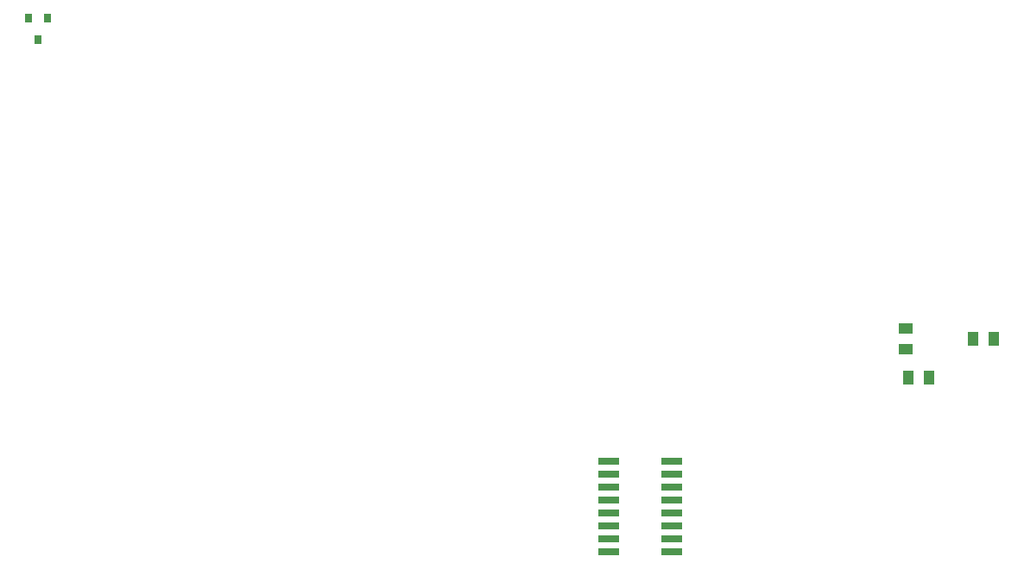
<source format=gbr>
G04 EAGLE Gerber RS-274X export*
G75*
%MOMM*%
%FSLAX34Y34*%
%LPD*%
%INSolderpaste Top*%
%IPPOS*%
%AMOC8*
5,1,8,0,0,1.08239X$1,22.5*%
G01*
%ADD10R,1.100000X1.400000*%
%ADD11R,1.400000X1.100000*%
%ADD12R,0.800000X0.900000*%
%ADD13R,2.032000X0.660400*%


D10*
X1183800Y520700D03*
X1203800Y520700D03*
D11*
X1181100Y568800D03*
X1181100Y548800D03*
D10*
X1267300Y558800D03*
X1247300Y558800D03*
D12*
X339700Y873600D03*
X320700Y873600D03*
X330200Y852600D03*
D13*
X951484Y349250D03*
X890016Y349250D03*
X951484Y361950D03*
X951484Y374650D03*
X890016Y361950D03*
X890016Y374650D03*
X951484Y387350D03*
X890016Y387350D03*
X951484Y400050D03*
X890016Y400050D03*
X951484Y412750D03*
X951484Y425450D03*
X890016Y412750D03*
X890016Y425450D03*
X951484Y438150D03*
X890016Y438150D03*
M02*

</source>
